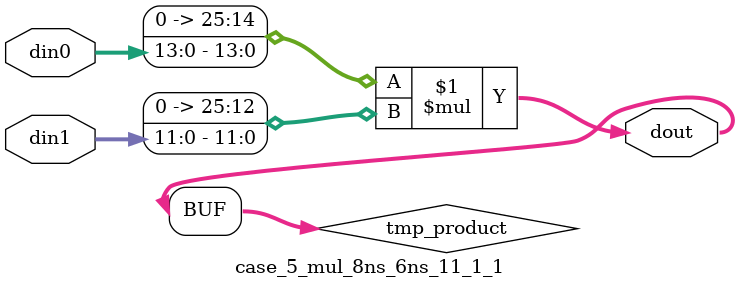
<source format=v>

`timescale 1 ns / 1 ps

 (* use_dsp = "no" *)  module case_5_mul_8ns_6ns_11_1_1(din0, din1, dout);
parameter ID = 1;
parameter NUM_STAGE = 0;
parameter din0_WIDTH = 14;
parameter din1_WIDTH = 12;
parameter dout_WIDTH = 26;

input [din0_WIDTH - 1 : 0] din0; 
input [din1_WIDTH - 1 : 0] din1; 
output [dout_WIDTH - 1 : 0] dout;

wire signed [dout_WIDTH - 1 : 0] tmp_product;
























assign tmp_product = $signed({1'b0, din0}) * $signed({1'b0, din1});











assign dout = tmp_product;





















endmodule

</source>
